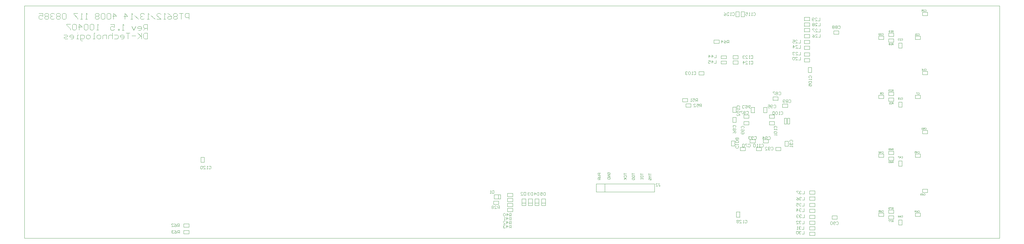
<source format=gbo>
*%FSLAX23Y23*%
*%MOIN*%
G01*
D11*
X4162Y5737D02*
X15879D01*
Y8532D02*
X4162D01*
Y5737D01*
X15879D02*
Y8532D01*
D12*
X14986Y8483D02*
X14983Y8480D01*
X14986Y8483D02*
X14993D01*
X14996Y8480D01*
Y8466D01*
X14993Y8463D01*
X14986D01*
X14983Y8466D01*
X14976Y8463D02*
X14963D01*
X14976D02*
X14963Y8476D01*
Y8480D01*
X14966Y8483D01*
X14973D01*
X14976Y8480D01*
X14956Y8483D02*
X14943D01*
X14956D02*
Y8473D01*
X14949Y8476D01*
X14946D01*
X14943Y8473D01*
Y8466D01*
X14946Y8463D01*
X14953D01*
X14956Y8466D01*
X14986Y7065D02*
X14983Y7062D01*
X14986Y7065D02*
X14993D01*
X14996Y7062D01*
Y7048D01*
X14993Y7045D01*
X14986D01*
X14983Y7048D01*
X14976Y7065D02*
X14963D01*
X14976D02*
Y7055D01*
X14969Y7058D01*
X14966D01*
X14963Y7055D01*
Y7048D01*
X14966Y7045D01*
X14973D01*
X14976Y7048D01*
X14956Y7062D02*
X14953Y7065D01*
X14946D01*
X14943Y7062D01*
Y7048D01*
X14946Y7045D01*
X14953D01*
X14956Y7048D01*
Y7062D01*
X14983Y7770D02*
X14986Y7773D01*
X14993D01*
X14996Y7770D01*
Y7756D01*
X14993Y7753D01*
X14986D01*
X14983Y7756D01*
X14976Y7753D02*
X14969D01*
X14973D01*
Y7773D01*
X14974D01*
X14973D02*
X14976Y7770D01*
X14953D02*
X14946Y7773D01*
X14953Y7770D02*
X14959Y7763D01*
Y7756D01*
X14956Y7753D01*
X14949D01*
X14946Y7756D01*
Y7760D01*
X14949Y7763D01*
X14959D01*
X14701Y7428D02*
X14698Y7425D01*
X14701Y7428D02*
X14708D01*
X14711Y7425D01*
Y7411D01*
X14708Y7408D01*
X14701D01*
X14698Y7411D01*
X14691Y7408D02*
X14684D01*
X14688D01*
Y7428D01*
X14689D01*
X14688D02*
X14691Y7425D01*
X14674Y7428D02*
X14661D01*
X14674D02*
Y7418D01*
X14668Y7421D01*
X14664D01*
X14661Y7418D01*
Y7411D01*
X14664Y7408D01*
X14671D01*
X14674Y7411D01*
X14898Y7485D02*
X14901Y7488D01*
X14908D01*
X14911Y7485D01*
Y7471D01*
X14908Y7468D01*
X14901D01*
X14898Y7471D01*
X14891Y7488D02*
X14878D01*
Y7485D01*
X14891Y7471D01*
Y7468D01*
X14898Y8195D02*
X14901Y8198D01*
X14908D01*
X14911Y8195D01*
Y8181D01*
X14908Y8178D01*
X14901D01*
X14898Y8181D01*
X14891Y8178D02*
X14878D01*
X14891D02*
X14878Y8191D01*
Y8195D01*
X14881Y8198D01*
X14888D01*
X14891Y8195D01*
X14871Y8178D02*
X14864D01*
X14868D01*
Y8198D01*
X14869D01*
X14868D02*
X14871Y8195D01*
X14701Y8138D02*
X14698Y8135D01*
X14701Y8138D02*
X14708D01*
X14711Y8135D01*
Y8121D01*
X14708Y8118D01*
X14701D01*
X14698Y8121D01*
X14691Y8118D02*
X14678D01*
X14691D02*
X14678Y8131D01*
Y8135D01*
X14681Y8138D01*
X14688D01*
X14691Y8135D01*
X14671D02*
X14668Y8138D01*
X14661D01*
X14658Y8135D01*
Y8131D01*
X14659D01*
X14658D02*
X14659D01*
X14658D02*
X14659D01*
X14658D02*
X14661Y8128D01*
X14664D01*
X14661D01*
X14658Y8125D01*
Y8121D01*
X14661Y8118D01*
X14668D01*
X14671Y8121D01*
X14972Y6275D02*
X14969Y6272D01*
X14972Y6275D02*
X14979D01*
X14982Y6272D01*
Y6258D01*
X14979Y6255D01*
X14972D01*
X14969Y6258D01*
X14955Y6272D02*
X14949Y6275D01*
X14955Y6272D02*
X14962Y6265D01*
Y6258D01*
X14959Y6255D01*
X14952D01*
X14949Y6258D01*
Y6262D01*
X14952Y6265D01*
X14962D01*
X14942Y6258D02*
X14939Y6255D01*
X14932D01*
X14929Y6258D01*
Y6272D01*
X14932Y6275D01*
X14939D01*
X14942Y6272D01*
Y6268D01*
X14939Y6265D01*
X14929D01*
X14701Y6011D02*
X14698Y6008D01*
X14701Y6011D02*
X14708D01*
X14711Y6008D01*
Y5994D01*
X14708Y5991D01*
X14701D01*
X14698Y5994D01*
X14684Y6008D02*
X14678Y6011D01*
X14684Y6008D02*
X14691Y6001D01*
Y5994D01*
X14688Y5991D01*
X14681D01*
X14678Y5994D01*
Y5998D01*
X14681Y6001D01*
X14691D01*
X14664Y6008D02*
X14658Y6011D01*
X14664Y6008D02*
X14671Y6001D01*
Y5994D01*
X14668Y5991D01*
X14661D01*
X14658Y5994D01*
Y5998D01*
X14661Y6001D01*
X14671D01*
X14898Y6068D02*
X14901Y6071D01*
X14908D01*
X14911Y6068D01*
Y6054D01*
X14908Y6051D01*
X14901D01*
X14898Y6054D01*
X14884Y6068D02*
X14878Y6071D01*
X14884Y6068D02*
X14891Y6061D01*
Y6054D01*
X14888Y6051D01*
X14881D01*
X14878Y6054D01*
Y6058D01*
X14881Y6061D01*
X14891D01*
X14861Y6071D02*
Y6051D01*
X14871Y6061D02*
X14861Y6071D01*
X14858Y6061D02*
X14871D01*
X14698Y6717D02*
X14701Y6720D01*
X14708D01*
X14711Y6717D01*
Y6703D01*
X14708Y6700D01*
X14701D01*
X14698Y6703D01*
X14681Y6700D02*
Y6720D01*
X14691Y6710D01*
X14678D01*
X14671Y6720D02*
X14658D01*
Y6717D01*
X14671Y6703D01*
Y6700D01*
X14898Y6777D02*
X14901Y6780D01*
X14908D01*
X14911Y6777D01*
Y6763D01*
X14908Y6760D01*
X14901D01*
X14898Y6763D01*
X14881Y6760D02*
Y6780D01*
X14891Y6770D01*
X14878D01*
X14871Y6780D02*
X14858D01*
X14871D02*
Y6770D01*
X14864Y6773D01*
X14861D01*
X14858Y6770D01*
Y6763D01*
X14861Y6760D01*
X14868D01*
X14871Y6763D01*
X14600Y7504D02*
Y7524D01*
X14590D01*
X14587Y7521D01*
Y7514D01*
X14590Y7511D01*
X14600D01*
X14593D02*
X14587Y7504D01*
X14580D02*
X14567D01*
X14580D02*
X14567Y7517D01*
Y7521D01*
X14570Y7524D01*
X14577D01*
X14580Y7521D01*
X14560D02*
X14557Y7524D01*
X14550D01*
X14547Y7521D01*
Y7517D01*
X14548D01*
X14547D02*
X14548D01*
X14547D02*
X14548D01*
X14547D02*
X14550Y7514D01*
X14553D01*
X14550D01*
X14547Y7511D01*
Y7507D01*
X14550Y7504D01*
X14557D01*
X14560Y7507D01*
X14470Y7489D02*
X14467Y7486D01*
X14470Y7489D02*
X14477D01*
X14480Y7486D01*
Y7472D01*
X14477Y7469D01*
X14470D01*
X14467Y7472D01*
X14460Y7486D02*
X14457Y7489D01*
X14450D01*
X14447Y7486D01*
Y7482D01*
X14450Y7479D01*
X14447Y7476D01*
Y7472D01*
X14450Y7469D01*
X14457D01*
X14460Y7472D01*
Y7476D01*
X14457Y7479D01*
X14460Y7482D01*
Y7486D01*
X14457Y7479D02*
X14450D01*
X14598Y7372D02*
Y7352D01*
Y7372D02*
X14588D01*
X14585Y7369D01*
Y7362D01*
X14588Y7359D01*
X14598D01*
X14591D02*
X14585Y7352D01*
X14578D02*
X14565D01*
X14578D02*
X14565Y7365D01*
Y7369D01*
X14568Y7372D01*
X14575D01*
X14578Y7369D01*
X14558Y7352D02*
X14551D01*
X14555D01*
Y7372D01*
X14556D01*
X14555D02*
X14558Y7369D01*
X14598Y8062D02*
Y8082D01*
X14588D01*
X14585Y8079D01*
Y8072D01*
X14588Y8069D01*
X14598D01*
X14591D02*
X14585Y8062D01*
X14578D02*
X14571D01*
X14575D01*
Y8082D01*
X14576D01*
X14575D02*
X14578Y8079D01*
X14561D02*
X14558Y8082D01*
X14551D01*
X14548Y8079D01*
Y8075D01*
X14551Y8072D01*
X14548Y8069D01*
Y8065D01*
X14551Y8062D01*
X14558D01*
X14561Y8065D01*
Y8069D01*
X14558Y8072D01*
X14561Y8075D01*
Y8079D01*
X14558Y8072D02*
X14551D01*
X14467Y8196D02*
X14470Y8199D01*
X14477D01*
X14480Y8196D01*
Y8182D01*
X14477Y8179D01*
X14470D01*
X14467Y8182D01*
X14460Y8179D02*
X14447D01*
X14460D02*
X14447Y8192D01*
Y8196D01*
X14450Y8199D01*
X14457D01*
X14460Y8196D01*
X14440Y8179D02*
X14427D01*
X14440D02*
X14427Y8192D01*
Y8196D01*
X14430Y8199D01*
X14437D01*
X14440Y8196D01*
X14600Y8214D02*
Y8234D01*
X14590D01*
X14587Y8231D01*
Y8224D01*
X14590Y8221D01*
X14600D01*
X14593D02*
X14587Y8214D01*
X14580D02*
X14573D01*
X14577D01*
Y8234D01*
X14578D01*
X14577D02*
X14580Y8231D01*
X14563Y8217D02*
X14560Y8214D01*
X14553D01*
X14550Y8217D01*
Y8231D01*
X14553Y8234D01*
X14560D01*
X14563Y8231D01*
Y8227D01*
X14560Y8224D01*
X14550D01*
X14470Y6781D02*
X14467Y6778D01*
X14470Y6781D02*
X14477D01*
X14480Y6778D01*
Y6764D01*
X14477Y6761D01*
X14470D01*
X14467Y6764D01*
X14450Y6761D02*
Y6781D01*
X14460Y6771D01*
X14447D01*
X14433Y6778D02*
X14427Y6781D01*
X14433Y6778D02*
X14440Y6771D01*
Y6764D01*
X14437Y6761D01*
X14430D01*
X14427Y6764D01*
Y6768D01*
X14430Y6771D01*
X14440D01*
X14600Y6107D02*
Y6087D01*
Y6107D02*
X14590D01*
X14587Y6104D01*
Y6097D01*
X14590Y6094D01*
X14600D01*
X14593D02*
X14587Y6087D01*
X14580Y6107D02*
X14567D01*
Y6104D01*
X14580Y6090D01*
Y6087D01*
X14560Y6090D02*
X14557Y6087D01*
X14550D01*
X14547Y6090D01*
Y6104D01*
X14550Y6107D01*
X14557D01*
X14560Y6104D01*
Y6100D01*
X14557Y6097D01*
X14547D01*
X14470Y6072D02*
X14467Y6069D01*
X14470Y6072D02*
X14477D01*
X14480Y6069D01*
Y6055D01*
X14477Y6052D01*
X14470D01*
X14467Y6055D01*
X14453Y6069D02*
X14447Y6072D01*
X14453Y6069D02*
X14460Y6062D01*
Y6055D01*
X14457Y6052D01*
X14450D01*
X14447Y6055D01*
Y6059D01*
X14450Y6062D01*
X14460D01*
X14440Y6072D02*
X14427D01*
X14440D02*
Y6062D01*
X14433Y6065D01*
X14430D01*
X14427Y6062D01*
Y6055D01*
X14430Y6052D01*
X14437D01*
X14440Y6055D01*
X14598Y5955D02*
Y5935D01*
Y5955D02*
X14588D01*
X14585Y5952D01*
Y5945D01*
X14588Y5942D01*
X14598D01*
X14591D02*
X14585Y5935D01*
X14578Y5955D02*
X14565D01*
Y5952D01*
X14578Y5938D01*
Y5935D01*
X14558Y5955D02*
X14545D01*
Y5952D01*
X14558Y5938D01*
Y5935D01*
X14600Y6796D02*
Y6816D01*
X14590D01*
X14587Y6813D01*
Y6806D01*
X14590Y6803D01*
X14600D01*
X14593D02*
X14587Y6796D01*
X14573Y6813D02*
X14567Y6816D01*
X14573Y6813D02*
X14580Y6806D01*
Y6799D01*
X14577Y6796D01*
X14570D01*
X14567Y6799D01*
Y6803D01*
X14570Y6806D01*
X14580D01*
X14560Y6813D02*
X14557Y6816D01*
X14550D01*
X14547Y6813D01*
Y6809D01*
X14550Y6806D01*
X14547Y6803D01*
Y6799D01*
X14550Y6796D01*
X14557D01*
X14560Y6799D01*
Y6803D01*
X14557Y6806D01*
X14560Y6809D01*
Y6813D01*
X14557Y6806D02*
X14550D01*
X14598Y6664D02*
Y6644D01*
Y6664D02*
X14588D01*
X14585Y6661D01*
Y6654D01*
X14588Y6651D01*
X14598D01*
X14591D02*
X14585Y6644D01*
X14571Y6661D02*
X14565Y6664D01*
X14571Y6661D02*
X14578Y6654D01*
Y6647D01*
X14575Y6644D01*
X14568D01*
X14565Y6647D01*
Y6651D01*
X14568Y6654D01*
X14578D01*
X14558Y6661D02*
X14555Y6664D01*
X14548D01*
X14545Y6661D01*
Y6647D01*
X14548Y6644D01*
X14555D01*
X14558Y6647D01*
Y6661D01*
D15*
X13356Y7117D02*
X13351Y7112D01*
X13291D02*
Y7181D01*
X13318D02*
Y7112D01*
X13356Y7117D02*
Y7179D01*
X13330D02*
Y7112D01*
X13333Y7179D02*
X13356D01*
X13337D02*
X13330D01*
X13312Y7181D02*
X13291D01*
X13299D02*
X13318D01*
Y7112D02*
X13291D01*
X13330D02*
X13351D01*
X13347Y7397D02*
X13353Y7403D01*
X13364D01*
X13370Y7397D01*
Y7374D01*
X13364Y7368D01*
X13353D01*
X13347Y7374D01*
X13335Y7397D02*
X13329Y7403D01*
X13318D01*
X13312Y7397D01*
Y7391D01*
X13318Y7385D01*
X13312Y7380D01*
Y7374D01*
X13318Y7368D01*
X13329D01*
X13335Y7374D01*
Y7380D01*
X13329Y7385D01*
X13335Y7391D01*
Y7397D01*
X13329Y7385D02*
X13318D01*
X13300Y7374D02*
X13294Y7368D01*
X13283D01*
X13277Y7374D01*
Y7397D01*
X13283Y7403D01*
X13294D01*
X13300Y7397D01*
Y7391D01*
X13294Y7385D01*
X13277D01*
X13486Y7940D02*
Y7975D01*
Y7940D02*
X13463D01*
X13451D02*
X13428D01*
X13451D02*
X13428Y7963D01*
Y7969D01*
X13434Y7975D01*
X13445D01*
X13451Y7969D01*
X13416D02*
X13410Y7975D01*
X13399D01*
X13393Y7969D01*
Y7963D01*
X13394D01*
X13393D02*
X13394D01*
X13393D02*
X13394D01*
X13393D02*
X13399Y7957D01*
X13404D01*
X13399D01*
X13393Y7952D01*
Y7946D01*
X13399Y7940D01*
X13410D01*
X13416Y7946D01*
X13940Y8286D02*
X13946Y8292D01*
X13957D01*
X13963Y8286D01*
Y8263D01*
X13957Y8257D01*
X13946D01*
X13940Y8263D01*
X13928Y8286D02*
X13922Y8292D01*
X13911D01*
X13905Y8286D01*
Y8280D01*
X13911Y8274D01*
X13905Y8269D01*
Y8263D01*
X13911Y8257D01*
X13922D01*
X13928Y8263D01*
Y8269D01*
X13922Y8274D01*
X13928Y8280D01*
Y8286D01*
X13922Y8274D02*
X13911D01*
X13893Y8286D02*
X13887Y8292D01*
X13876D01*
X13870Y8286D01*
Y8280D01*
X13876Y8274D01*
X13870Y8269D01*
Y8263D01*
X13876Y8257D01*
X13887D01*
X13893Y8263D01*
Y8269D01*
X13887Y8274D01*
X13893Y8280D01*
Y8286D01*
X13887Y8274D02*
X13876D01*
X13231Y7497D02*
X13225Y7491D01*
X13231Y7497D02*
X13242D01*
X13248Y7491D01*
Y7468D01*
X13242Y7462D01*
X13231D01*
X13225Y7468D01*
X13213Y7491D02*
X13207Y7497D01*
X13196D01*
X13190Y7491D01*
Y7485D01*
X13196Y7479D01*
X13190Y7474D01*
Y7468D01*
X13196Y7462D01*
X13207D01*
X13213Y7468D01*
Y7474D01*
X13207Y7479D01*
X13213Y7485D01*
Y7491D01*
X13207Y7479D02*
X13196D01*
X13178Y7497D02*
X13155D01*
Y7491D01*
X13178Y7468D01*
Y7462D01*
X13356Y6900D02*
X13362Y6894D01*
X13356Y6900D02*
Y6911D01*
X13362Y6917D01*
X13385D01*
X13391Y6911D01*
Y6900D01*
X13385Y6894D01*
Y6882D02*
X13391Y6876D01*
Y6865D01*
X13385Y6859D01*
X13362D01*
X13356Y6865D01*
Y6876D01*
X13362Y6882D01*
X13368D01*
X13374Y6876D01*
Y6859D01*
X13391Y6847D02*
Y6835D01*
Y6841D01*
X13356D01*
X13357D01*
X13356D02*
X13362Y6847D01*
X13591Y7666D02*
X13585Y7672D01*
Y7683D01*
X13591Y7689D01*
X13614D01*
X13620Y7683D01*
Y7672D01*
X13614Y7666D01*
X13620Y7654D02*
Y7642D01*
Y7648D01*
X13585D01*
X13586D01*
X13585D02*
X13591Y7654D01*
Y7625D02*
X13585Y7619D01*
Y7607D01*
X13591Y7602D01*
X13614D01*
X13620Y7607D01*
Y7619D01*
X13614Y7625D01*
X13591D01*
X13585Y7590D02*
Y7567D01*
Y7590D02*
X13603D01*
X13597Y7578D01*
Y7572D01*
X13603Y7567D01*
X13614D01*
X13620Y7572D01*
Y7584D01*
X13614Y7590D01*
X13168Y7067D02*
X13174Y7061D01*
X13168Y7067D02*
Y7078D01*
X13174Y7084D01*
X13197D01*
X13203Y7078D01*
Y7067D01*
X13197Y7061D01*
X13203Y7049D02*
Y7037D01*
Y7043D01*
X13168D01*
X13169D01*
X13168D02*
X13174Y7049D01*
Y7020D02*
X13168Y7014D01*
Y7002D01*
X13174Y6997D01*
X13197D01*
X13203Y7002D01*
Y7014D01*
X13197Y7020D01*
X13174D01*
X13203Y6985D02*
Y6973D01*
Y6979D01*
X13168D01*
X13169D01*
X13168D02*
X13174Y6985D01*
X13250Y7253D02*
X13256Y7259D01*
X13267D01*
X13273Y7253D01*
Y7230D01*
X13267Y7224D01*
X13256D01*
X13250Y7230D01*
X13238Y7224D02*
X13226D01*
X13232D01*
Y7259D01*
X13233D01*
X13232D02*
X13238Y7253D01*
X13209D02*
X13203Y7259D01*
X13191D01*
X13186Y7253D01*
Y7230D01*
X13191Y7224D01*
X13203D01*
X13209Y7230D01*
Y7253D01*
X13174D02*
X13168Y7259D01*
X13156D01*
X13151Y7253D01*
Y7230D01*
X13156Y7224D01*
X13168D01*
X13174Y7230D01*
Y7253D01*
X13165Y7333D02*
X13171Y7339D01*
X13182D01*
X13188Y7333D01*
Y7310D01*
X13182Y7304D01*
X13171D01*
X13165Y7310D01*
X13153D02*
X13147Y7304D01*
X13136D01*
X13130Y7310D01*
Y7333D01*
X13136Y7339D01*
X13147D01*
X13153Y7333D01*
Y7327D01*
X13147Y7321D01*
X13130D01*
X13118Y7339D02*
X13095D01*
X13118D02*
Y7321D01*
X13106Y7327D01*
X13101D01*
X13095Y7321D01*
Y7310D01*
X13101Y7304D01*
X13112D01*
X13118Y7310D01*
X13105Y6960D02*
X13099Y6954D01*
X13105Y6960D02*
X13116D01*
X13122Y6954D01*
Y6931D01*
X13116Y6925D01*
X13105D01*
X13099Y6931D01*
X13087D02*
X13081Y6925D01*
X13070D01*
X13064Y6931D01*
Y6954D01*
X13070Y6960D01*
X13081D01*
X13087Y6954D01*
Y6948D01*
X13081Y6942D01*
X13064D01*
X13035Y6925D02*
Y6960D01*
X13052Y6942D01*
X13029D01*
X13485Y7880D02*
Y7915D01*
Y7880D02*
X13462D01*
X13450D02*
X13427D01*
X13450D02*
X13427Y7903D01*
Y7909D01*
X13433Y7915D01*
X13444D01*
X13450Y7909D01*
X13415D02*
X13409Y7915D01*
X13398D01*
X13392Y7909D01*
Y7886D01*
X13398Y7880D01*
X13409D01*
X13415Y7886D01*
Y7909D01*
X13485Y8084D02*
Y8119D01*
Y8084D02*
X13462D01*
X13450D02*
X13427D01*
X13450D02*
X13427Y8107D01*
Y8113D01*
X13433Y8119D01*
X13444D01*
X13450Y8113D01*
X13415Y8119D02*
X13392D01*
X13415D02*
Y8101D01*
X13403Y8107D01*
X13398D01*
X13392Y8101D01*
Y8090D01*
X13398Y8084D01*
X13409D01*
X13415Y8090D01*
X13486Y8056D02*
Y8021D01*
X13463D01*
X13451D02*
X13428D01*
X13451D02*
X13428Y8044D01*
Y8050D01*
X13434Y8056D01*
X13445D01*
X13451Y8050D01*
X13399Y8056D02*
Y8021D01*
X13416Y8038D02*
X13399Y8056D01*
X13393Y8038D02*
X13416D01*
X13724Y8153D02*
Y8188D01*
Y8153D02*
X13701D01*
X13689D02*
X13666D01*
X13689D02*
X13666Y8176D01*
Y8182D01*
X13672Y8188D01*
X13683D01*
X13689Y8182D01*
X13642D02*
X13631Y8188D01*
X13642Y8182D02*
X13654Y8170D01*
Y8159D01*
X13648Y8153D01*
X13637D01*
X13631Y8159D01*
Y8165D01*
X13637Y8170D01*
X13654D01*
X13723Y8218D02*
Y8253D01*
Y8218D02*
X13700D01*
X13688D02*
X13665D01*
X13688D02*
X13665Y8241D01*
Y8247D01*
X13671Y8253D01*
X13682D01*
X13688Y8247D01*
X13653Y8253D02*
X13630D01*
Y8247D01*
X13653Y8224D01*
Y8218D01*
X13722Y8289D02*
Y8324D01*
Y8289D02*
X13699D01*
X13687D02*
X13664D01*
X13687D02*
X13664Y8312D01*
Y8318D01*
X13670Y8324D01*
X13681D01*
X13687Y8318D01*
X13652D02*
X13646Y8324D01*
X13635D01*
X13629Y8318D01*
Y8312D01*
X13635Y8306D01*
X13629Y8301D01*
Y8295D01*
X13635Y8289D01*
X13646D01*
X13652Y8295D01*
Y8301D01*
X13646Y8306D01*
X13652Y8312D01*
Y8318D01*
X13646Y8306D02*
X13635D01*
X13720Y8351D02*
Y8386D01*
Y8351D02*
X13697D01*
X13685D02*
X13662D01*
X13685D02*
X13662Y8374D01*
Y8380D01*
X13668Y8386D01*
X13679D01*
X13685Y8380D01*
X13650Y8357D02*
X13644Y8351D01*
X13633D01*
X13627Y8357D01*
Y8380D01*
X13633Y8386D01*
X13644D01*
X13650Y8380D01*
Y8374D01*
X13644Y8368D01*
X13627D01*
X13923Y5937D02*
X13917Y5931D01*
X13923Y5937D02*
X13934D01*
X13940Y5931D01*
Y5908D01*
X13934Y5902D01*
X13923D01*
X13917Y5908D01*
X13905D02*
X13899Y5902D01*
X13888D01*
X13882Y5908D01*
Y5931D01*
X13888Y5937D01*
X13899D01*
X13905Y5931D01*
Y5925D01*
X13899Y5919D01*
X13882D01*
X13870Y5931D02*
X13864Y5937D01*
X13853D01*
X13847Y5931D01*
Y5908D01*
X13853Y5902D01*
X13864D01*
X13870Y5908D01*
Y5931D01*
X13133Y6827D02*
X13139Y6833D01*
X13150D01*
X13156Y6827D01*
Y6804D01*
X13150Y6798D01*
X13139D01*
X13133Y6804D01*
X13121D02*
X13115Y6798D01*
X13104D01*
X13098Y6804D01*
Y6827D01*
X13104Y6833D01*
X13115D01*
X13121Y6827D01*
Y6821D01*
X13115Y6815D01*
X13098D01*
X13086Y6798D02*
X13063D01*
X13086D02*
X13063Y6821D01*
Y6827D01*
X13069Y6833D01*
X13080D01*
X13086Y6827D01*
X13531Y6304D02*
Y6269D01*
X13508D01*
X13496Y6298D02*
X13490Y6304D01*
X13479D01*
X13473Y6298D01*
Y6292D01*
X13474D01*
X13473D02*
X13474D01*
X13473D02*
X13474D01*
X13473D02*
X13479Y6286D01*
X13484D01*
X13479D01*
X13473Y6281D01*
Y6275D01*
X13479Y6269D01*
X13490D01*
X13496Y6275D01*
X13461Y6304D02*
X13438D01*
Y6298D01*
X13461Y6275D01*
Y6269D01*
X13532Y6231D02*
Y6196D01*
X13509D01*
X13497Y6225D02*
X13491Y6231D01*
X13480D01*
X13474Y6225D01*
Y6219D01*
X13475D01*
X13474D02*
X13475D01*
X13474D02*
X13475D01*
X13474D02*
X13480Y6213D01*
X13485D01*
X13480D01*
X13474Y6208D01*
Y6202D01*
X13480Y6196D01*
X13491D01*
X13497Y6202D01*
X13450Y6225D02*
X13439Y6231D01*
X13450Y6225D02*
X13462Y6213D01*
Y6202D01*
X13456Y6196D01*
X13445D01*
X13439Y6202D01*
Y6208D01*
X13445Y6213D01*
X13462D01*
X13530Y6158D02*
Y6123D01*
X13507D01*
X13495Y6152D02*
X13489Y6158D01*
X13478D01*
X13472Y6152D01*
Y6146D01*
X13473D01*
X13472D02*
X13473D01*
X13472D02*
X13473D01*
X13472D02*
X13478Y6140D01*
X13483D01*
X13478D01*
X13472Y6135D01*
Y6129D01*
X13478Y6123D01*
X13489D01*
X13495Y6129D01*
X13460Y6158D02*
X13437D01*
X13460D02*
Y6140D01*
X13448Y6146D01*
X13443D01*
X13437Y6140D01*
Y6129D01*
X13443Y6123D01*
X13454D01*
X13460Y6129D01*
X13530Y6093D02*
Y6058D01*
X13507D01*
X13495Y6087D02*
X13489Y6093D01*
X13478D01*
X13472Y6087D01*
Y6081D01*
X13473D01*
X13472D02*
X13473D01*
X13472D02*
X13473D01*
X13472D02*
X13478Y6075D01*
X13483D01*
X13478D01*
X13472Y6070D01*
Y6064D01*
X13478Y6058D01*
X13489D01*
X13495Y6064D01*
X13443Y6058D02*
Y6093D01*
X13460Y6075D01*
X13437D01*
X13532Y6020D02*
Y5985D01*
X13509D01*
X13497Y6014D02*
X13491Y6020D01*
X13480D01*
X13474Y6014D01*
Y6008D01*
X13475D01*
X13474D02*
X13475D01*
X13474D02*
X13475D01*
X13474D02*
X13480Y6002D01*
X13485D01*
X13480D01*
X13474Y5997D01*
Y5991D01*
X13480Y5985D01*
X13491D01*
X13497Y5991D01*
X13462Y6014D02*
X13456Y6020D01*
X13445D01*
X13439Y6014D01*
Y6008D01*
X13440D01*
X13439D02*
X13440D01*
X13439D02*
X13440D01*
X13439D02*
X13445Y6002D01*
X13450D01*
X13445D01*
X13439Y5997D01*
Y5991D01*
X13445Y5985D01*
X13456D01*
X13462Y5991D01*
X13528Y5945D02*
Y5910D01*
X13505D01*
X13493Y5939D02*
X13487Y5945D01*
X13476D01*
X13470Y5939D01*
Y5933D01*
X13471D01*
X13470D02*
X13471D01*
X13470D02*
X13471D01*
X13470D02*
X13476Y5927D01*
X13481D01*
X13476D01*
X13470Y5922D01*
Y5916D01*
X13476Y5910D01*
X13487D01*
X13493Y5916D01*
X13458Y5910D02*
X13435D01*
X13458D02*
X13435Y5933D01*
Y5939D01*
X13441Y5945D01*
X13452D01*
X13458Y5939D01*
X13526Y5878D02*
Y5843D01*
X13503D01*
X13491Y5872D02*
X13485Y5878D01*
X13474D01*
X13468Y5872D01*
Y5866D01*
X13469D01*
X13468D02*
X13469D01*
X13468D02*
X13469D01*
X13468D02*
X13474Y5860D01*
X13479D01*
X13474D01*
X13468Y5855D01*
Y5849D01*
X13474Y5843D01*
X13485D01*
X13491Y5849D01*
X13456Y5843D02*
X13444D01*
X13450D01*
Y5878D01*
X13451D01*
X13450D02*
X13456Y5872D01*
X13528Y5822D02*
Y5787D01*
X13505D01*
X13493Y5816D02*
X13487Y5822D01*
X13476D01*
X13470Y5816D01*
Y5810D01*
X13471D01*
X13470D02*
X13471D01*
X13470D02*
X13471D01*
X13470D02*
X13476Y5804D01*
X13481D01*
X13476D01*
X13470Y5799D01*
Y5793D01*
X13476Y5787D01*
X13487D01*
X13493Y5793D01*
X13458Y5816D02*
X13452Y5822D01*
X13441D01*
X13435Y5816D01*
Y5793D01*
X13441Y5787D01*
X13452D01*
X13458Y5793D01*
Y5816D01*
X12627Y8083D02*
Y8118D01*
X12609D01*
X12604Y8113D01*
Y8101D01*
X12609Y8095D01*
X12627D01*
X12615D02*
X12604Y8083D01*
X12580Y8113D02*
X12569Y8118D01*
X12580Y8113D02*
X12592Y8101D01*
Y8089D01*
X12586Y8083D01*
X12574D01*
X12569Y8089D01*
Y8095D01*
X12574Y8101D01*
X12592D01*
X12539Y8083D02*
Y8118D01*
X12557Y8101D01*
X12534D01*
X12473Y7874D02*
Y7839D01*
X12450D01*
X12421D02*
Y7874D01*
X12438Y7857D01*
X12415D01*
X12403Y7874D02*
X12380D01*
X12403D02*
Y7857D01*
X12392Y7863D01*
X12386D01*
X12380Y7857D01*
Y7845D01*
X12386Y7839D01*
X12398D01*
X12403Y7845D01*
X12473Y7906D02*
Y7941D01*
Y7906D02*
X12450D01*
X12421D02*
Y7941D01*
X12438Y7924D01*
X12415D01*
X12386Y7906D02*
Y7941D01*
X12403Y7924D01*
X12380D01*
X12891Y7860D02*
X12897Y7866D01*
X12909D01*
X12914Y7860D01*
Y7837D01*
X12909Y7831D01*
X12897D01*
X12891Y7837D01*
X12879Y7831D02*
X12868D01*
X12874D01*
Y7866D01*
X12875D01*
X12874D02*
X12879Y7860D01*
X12850Y7831D02*
X12827D01*
X12850D02*
X12827Y7855D01*
Y7860D01*
X12833Y7866D01*
X12844D01*
X12850Y7860D01*
X12798Y7866D02*
Y7831D01*
X12815Y7849D02*
X12798Y7866D01*
X12792Y7849D02*
X12815D01*
X12891Y7927D02*
X12897Y7933D01*
X12909D01*
X12914Y7927D01*
Y7904D01*
X12909Y7898D01*
X12897D01*
X12891Y7904D01*
X12879Y7898D02*
X12868D01*
X12874D01*
Y7933D01*
X12875D01*
X12874D02*
X12879Y7927D01*
X12850Y7898D02*
X12827D01*
X12850D02*
X12827Y7922D01*
Y7927D01*
X12833Y7933D01*
X12844D01*
X12850Y7927D01*
X12815D02*
X12809Y7933D01*
X12798D01*
X12792Y7927D01*
Y7922D01*
X12793D01*
X12792D02*
X12793D01*
X12792D02*
X12793D01*
X12792D02*
X12798Y7916D01*
X12804D01*
X12798D01*
X12792Y7910D01*
Y7904D01*
X12798Y7898D01*
X12809D01*
X12815Y7904D01*
X12210Y7739D02*
X12204Y7733D01*
X12210Y7739D02*
X12221D01*
X12227Y7733D01*
Y7710D01*
X12221Y7704D01*
X12210D01*
X12204Y7710D01*
X12192Y7704D02*
X12180D01*
X12186D01*
Y7739D01*
X12187D01*
X12186D02*
X12192Y7733D01*
X12163D02*
X12157Y7739D01*
X12145D01*
X12140Y7733D01*
Y7710D01*
X12145Y7704D01*
X12157D01*
X12163Y7710D01*
Y7733D01*
X12128D02*
X12122Y7739D01*
X12110D01*
X12105Y7733D01*
Y7727D01*
X12106D01*
X12105D02*
X12106D01*
X12105D02*
X12106D01*
X12105D02*
X12110Y7721D01*
X12116D01*
X12110D01*
X12105Y7716D01*
Y7710D01*
X12110Y7704D01*
X12122D01*
X12128Y7710D01*
X12932Y6956D02*
X12938Y6962D01*
X12949D01*
X12955Y6956D01*
Y6933D01*
X12949Y6927D01*
X12938D01*
X12932Y6933D01*
X12920D02*
X12914Y6927D01*
X12903D01*
X12897Y6933D01*
Y6956D01*
X12903Y6962D01*
X12914D01*
X12920Y6956D01*
Y6950D01*
X12914Y6944D01*
X12897D01*
X12885Y6956D02*
X12879Y6962D01*
X12868D01*
X12862Y6956D01*
Y6950D01*
X12863D01*
X12862D02*
X12863D01*
X12862D02*
X12863D01*
X12862D02*
X12868Y6944D01*
X12873D01*
X12868D01*
X12862Y6939D01*
Y6933D01*
X12868Y6927D01*
X12879D01*
X12885Y6933D01*
X12727Y7308D02*
X12721Y7314D01*
Y7325D01*
X12727Y7331D01*
X12750D01*
X12756Y7325D01*
Y7314D01*
X12750Y7308D01*
X12756Y7296D02*
Y7284D01*
Y7290D01*
X12721D01*
X12722D01*
X12721D02*
X12727Y7296D01*
Y7267D02*
X12721Y7261D01*
Y7249D01*
X12727Y7244D01*
X12750D01*
X12756Y7249D01*
Y7261D01*
X12750Y7267D01*
X12727D01*
X12756Y7232D02*
Y7209D01*
Y7232D02*
X12733Y7209D01*
X12727D01*
X12721Y7214D01*
Y7226D01*
X12727Y7232D01*
X12773Y7066D02*
X12779Y7060D01*
X12773Y7066D02*
Y7077D01*
X12779Y7083D01*
X12802D01*
X12808Y7077D01*
Y7066D01*
X12802Y7060D01*
Y7048D02*
X12808Y7042D01*
Y7031D01*
X12802Y7025D01*
X12779D01*
X12773Y7031D01*
Y7042D01*
X12779Y7048D01*
X12785D01*
X12791Y7042D01*
Y7025D01*
X12802Y7013D02*
X12808Y7007D01*
Y6996D01*
X12802Y6990D01*
X12779D01*
X12773Y6996D01*
Y7007D01*
X12779Y7013D01*
X12785D01*
X12791Y7007D01*
Y6990D01*
X12836Y7259D02*
X12842Y7265D01*
X12853D01*
X12859Y7259D01*
Y7236D01*
X12853Y7230D01*
X12842D01*
X12836Y7236D01*
X12824D02*
X12818Y7230D01*
X12807D01*
X12801Y7236D01*
Y7259D01*
X12807Y7265D01*
X12818D01*
X12824Y7259D01*
Y7253D01*
X12818Y7247D01*
X12801D01*
X12789Y7265D02*
X12766D01*
Y7259D01*
X12789Y7236D01*
Y7230D01*
X12805Y7300D02*
X12811Y7306D01*
X12805Y7300D02*
X12794D01*
X12788Y7306D01*
Y7329D01*
X12794Y7335D01*
X12805D01*
X12811Y7329D01*
X12823D02*
X12829Y7335D01*
X12840D01*
X12846Y7329D01*
Y7306D01*
X12840Y7300D01*
X12829D01*
X12823Y7306D01*
Y7312D01*
X12829Y7318D01*
X12846D01*
X12870Y7306D02*
X12881Y7300D01*
X12870Y7306D02*
X12858Y7318D01*
Y7329D01*
X12864Y7335D01*
X12875D01*
X12881Y7329D01*
Y7323D01*
X12875Y7318D01*
X12858D01*
X12248Y7381D02*
Y7416D01*
X12231D01*
X12225Y7410D01*
Y7398D01*
X12231Y7393D01*
X12248D01*
X12236D02*
X12225Y7381D01*
X12213Y7416D02*
X12190D01*
X12213D02*
Y7398D01*
X12201Y7404D01*
X12196D01*
X12190Y7398D01*
Y7387D01*
X12196Y7381D01*
X12207D01*
X12213Y7387D01*
X12178Y7381D02*
X12166D01*
X12172D01*
Y7416D01*
X12173D01*
X12172D02*
X12178Y7410D01*
X12297Y7352D02*
Y7317D01*
Y7352D02*
X12280D01*
X12274Y7346D01*
Y7334D01*
X12280Y7329D01*
X12297D01*
X12285D02*
X12274Y7317D01*
X12262Y7352D02*
X12239D01*
X12262D02*
Y7334D01*
X12250Y7340D01*
X12245D01*
X12239Y7334D01*
Y7323D01*
X12245Y7317D01*
X12256D01*
X12262Y7323D01*
X12227Y7317D02*
X12204D01*
X12227D02*
X12204Y7340D01*
Y7346D01*
X12210Y7352D01*
X12221D01*
X12227Y7346D01*
X12675Y7076D02*
X12680Y7070D01*
X12675Y7076D02*
Y7087D01*
X12680Y7093D01*
X12704D01*
X12710Y7087D01*
Y7076D01*
X12704Y7070D01*
X12680Y7058D02*
X12675Y7052D01*
Y7041D01*
X12680Y7035D01*
X12686D01*
X12692Y7041D01*
X12698Y7035D01*
X12704D01*
X12710Y7041D01*
Y7052D01*
X12704Y7058D01*
X12698D01*
X12692Y7052D01*
X12686Y7058D01*
X12680D01*
X12692Y7052D02*
Y7041D01*
X12680Y7012D02*
X12675Y7000D01*
X12680Y7012D02*
X12692Y7023D01*
X12704D01*
X12710Y7017D01*
Y7006D01*
X12704Y7000D01*
X12698D01*
X12692Y7006D01*
Y7023D01*
X12668Y8443D02*
X12674Y8449D01*
X12685D01*
X12691Y8443D01*
Y8420D01*
X12685Y8414D01*
X12674D01*
X12668Y8420D01*
X12656Y8414D02*
X12644D01*
X12650D01*
Y8449D01*
X12651D01*
X12650D02*
X12656Y8443D01*
X12627Y8414D02*
X12604D01*
X12627D02*
X12604Y8437D01*
Y8443D01*
X12609Y8449D01*
X12621D01*
X12627Y8443D01*
X12580D02*
X12569Y8449D01*
X12580Y8443D02*
X12592Y8432D01*
Y8420D01*
X12586Y8414D01*
X12574D01*
X12569Y8420D01*
Y8426D01*
X12574Y8432D01*
X12592D01*
X12920Y8443D02*
X12925Y8449D01*
X12937D01*
X12943Y8443D01*
Y8420D01*
X12937Y8414D01*
X12925D01*
X12920Y8420D01*
X12908Y8414D02*
X12896D01*
X12902D01*
Y8449D01*
X12903D01*
X12902D02*
X12908Y8443D01*
X12879Y8414D02*
X12867D01*
X12873D01*
Y8449D01*
X12874D01*
X12873D02*
X12879Y8443D01*
X12850Y8449D02*
X12826D01*
X12850D02*
Y8432D01*
X12838Y8437D01*
X12832D01*
X12826Y8432D01*
Y8420D01*
X12832Y8414D01*
X12844D01*
X12850Y8420D01*
X12735Y6845D02*
X12741Y6839D01*
Y6828D01*
X12735Y6822D01*
X12712D01*
X12706Y6828D01*
Y6839D01*
X12712Y6845D01*
X12706Y6857D02*
Y6869D01*
Y6863D01*
X12741D01*
X12742D01*
X12741D02*
X12735Y6857D01*
Y6886D02*
X12741Y6892D01*
Y6904D01*
X12735Y6909D01*
X12712D01*
X12706Y6904D01*
Y6892D01*
X12712Y6886D01*
X12735D01*
Y6921D02*
X12741Y6927D01*
Y6939D01*
X12735Y6944D01*
X12729D01*
X12723Y6939D01*
X12718Y6944D01*
X12712D01*
X12706Y6939D01*
Y6927D01*
X12712Y6921D01*
X12718D01*
X12723Y6927D01*
X12729Y6921D01*
X12735D01*
X12723Y6927D02*
Y6939D01*
X13015Y6863D02*
X13021Y6869D01*
X13032D01*
X13038Y6863D01*
Y6840D01*
X13032Y6834D01*
X13021D01*
X13015Y6840D01*
X13003Y6834D02*
X12991D01*
X12997D01*
Y6869D01*
X12998D01*
X12997D02*
X13003Y6863D01*
X12974Y6834D02*
X12962D01*
X12968D01*
Y6869D01*
X12969D01*
X12968D02*
X12974Y6863D01*
X12945D02*
X12939Y6869D01*
X12927D01*
X12921Y6863D01*
Y6840D01*
X12927Y6834D01*
X12939D01*
X12945Y6840D01*
Y6863D01*
X12864Y6869D02*
X12858Y6863D01*
X12864Y6869D02*
X12875D01*
X12881Y6863D01*
Y6840D01*
X12875Y6834D01*
X12864D01*
X12858Y6840D01*
X12846Y6869D02*
X12823D01*
Y6863D01*
X12846Y6840D01*
Y6834D01*
X12811Y6863D02*
X12805Y6869D01*
X12794D01*
X12788Y6863D01*
Y6840D01*
X12794Y6834D01*
X12805D01*
X12811Y6840D01*
Y6863D01*
X12824Y5955D02*
X12818Y5949D01*
X12824Y5955D02*
X12836D01*
X12842Y5949D01*
Y5926D01*
X12836Y5920D01*
X12824D01*
X12818Y5926D01*
X12807Y5920D02*
X12795D01*
X12801D01*
Y5955D01*
X12802D01*
X12801D02*
X12807Y5949D01*
X12777Y5920D02*
X12754D01*
X12777D02*
X12754Y5943D01*
Y5949D01*
X12760Y5955D01*
X12772D01*
X12777Y5949D01*
X12742D02*
X12737Y5955D01*
X12725D01*
X12719Y5949D01*
Y5943D01*
X12725Y5937D01*
X12719Y5932D01*
Y5926D01*
X12725Y5920D01*
X12737D01*
X12742Y5926D01*
Y5932D01*
X12737Y5937D01*
X12742Y5943D01*
Y5949D01*
X12737Y5937D02*
X12725D01*
X10008Y5956D02*
Y5991D01*
X9991D01*
X9985Y5985D01*
Y5973D01*
X9991Y5968D01*
X10008D01*
X9996D02*
X9985Y5956D01*
X9956D02*
Y5991D01*
X9973Y5973D01*
X9950D01*
X9938Y5956D02*
X9926D01*
X9932D01*
Y5991D01*
X9933D01*
X9932D02*
X9938Y5985D01*
X10186Y6131D02*
Y6210D01*
X10138D02*
Y6131D01*
X10139Y6131D02*
X10187D01*
Y6210D02*
X10139D01*
X10138Y6160D02*
X10186D01*
X10185Y6254D02*
Y6289D01*
Y6254D02*
X10167D01*
X10161Y6260D01*
Y6283D01*
X10167Y6289D01*
X10185D01*
X10150Y6254D02*
X10126D01*
X10150D02*
X10126Y6277D01*
Y6283D01*
X10132Y6289D01*
X10144D01*
X10150Y6283D01*
X10217Y6210D02*
Y6131D01*
X10265D02*
Y6210D01*
Y6160D02*
X10217D01*
X10217Y6210D02*
X10265D01*
Y6131D02*
X10217D01*
X10268Y6253D02*
Y6288D01*
Y6253D02*
X10251D01*
X10245Y6259D01*
Y6282D01*
X10251Y6288D01*
X10268D01*
X10233Y6282D02*
X10227Y6288D01*
X10216D01*
X10210Y6282D01*
Y6276D01*
X10211D01*
X10210D02*
X10211D01*
X10210D02*
X10211D01*
X10210D02*
X10216Y6270D01*
X10222D01*
X10216D01*
X10210Y6265D01*
Y6259D01*
X10216Y6253D01*
X10227D01*
X10233Y6259D01*
X10344Y6210D02*
Y6131D01*
X10296D02*
Y6210D01*
X10296Y6131D02*
X10344D01*
Y6210D02*
X10296D01*
X10296Y6160D02*
X10344D01*
X10344Y6253D02*
Y6288D01*
Y6253D02*
X10326D01*
X10320Y6259D01*
Y6282D01*
X10326Y6288D01*
X10344D01*
X10291D02*
Y6253D01*
X10309Y6270D02*
X10291Y6288D01*
X10285Y6270D02*
X10309D01*
X10375Y6210D02*
Y6131D01*
X10423D02*
Y6210D01*
Y6160D02*
X10375D01*
X10375Y6210D02*
X10423D01*
Y6131D02*
X10375D01*
X10419Y6253D02*
Y6288D01*
Y6253D02*
X10402D01*
X10396Y6259D01*
Y6282D01*
X10402Y6288D01*
X10419D01*
X10384D02*
X10361D01*
X10384D02*
Y6270D01*
X10373Y6276D01*
X10367D01*
X10361Y6270D01*
Y6259D01*
X10367Y6253D01*
X10378D01*
X10384Y6259D01*
X10008Y5943D02*
Y5908D01*
Y5943D02*
X9991D01*
X9985Y5937D01*
Y5925D01*
X9991Y5920D01*
X10008D01*
X9996D02*
X9985Y5908D01*
X9956D02*
Y5943D01*
X9973Y5925D01*
X9950D01*
X9938Y5908D02*
X9915D01*
X9938D02*
X9915Y5931D01*
Y5937D01*
X9921Y5943D01*
X9932D01*
X9938Y5937D01*
X10008Y5894D02*
Y5859D01*
Y5894D02*
X9991D01*
X9985Y5888D01*
Y5876D01*
X9991Y5871D01*
X10008D01*
X9996D02*
X9985Y5859D01*
X9956D02*
Y5894D01*
X9973Y5876D01*
X9950D01*
X9938Y5888D02*
X9932Y5894D01*
X9921D01*
X9915Y5888D01*
Y5882D01*
X9916D01*
X9915D02*
X9916D01*
X9915D02*
X9916D01*
X9915D02*
X9921Y5876D01*
X9926D01*
X9921D01*
X9915Y5871D01*
Y5865D01*
X9921Y5859D01*
X9932D01*
X9938Y5865D01*
X10010Y6003D02*
Y6038D01*
X9993D01*
X9987Y6032D01*
Y6020D01*
X9993Y6015D01*
X10010D01*
X9998D02*
X9987Y6003D01*
X9958D02*
Y6038D01*
X9975Y6020D01*
X9952D01*
X9940Y6032D02*
X9934Y6038D01*
X9923D01*
X9917Y6032D01*
Y6009D01*
X9923Y6003D01*
X9934D01*
X9940Y6009D01*
Y6032D01*
X9868Y6093D02*
Y6128D01*
X9851D01*
X9845Y6122D01*
Y6110D01*
X9851Y6105D01*
X9868D01*
X9856D02*
X9845Y6093D01*
X9833D02*
X9810D01*
X9833D02*
X9810Y6116D01*
Y6122D01*
X9816Y6128D01*
X9827D01*
X9833Y6122D01*
X9798D02*
X9792Y6128D01*
X9781D01*
X9775Y6122D01*
Y6116D01*
X9781Y6110D01*
X9775Y6105D01*
Y6099D01*
X9781Y6093D01*
X9792D01*
X9798Y6099D01*
Y6105D01*
X9792Y6110D01*
X9798Y6116D01*
Y6122D01*
X9792Y6110D02*
X9781D01*
X9884Y6212D02*
Y6260D01*
X9805D02*
Y6212D01*
X9855Y6212D02*
Y6260D01*
X9884D02*
X9805D01*
Y6212D02*
X9884D01*
X9803Y6276D02*
Y6311D01*
Y6276D02*
X9786D01*
X9780Y6282D01*
Y6305D01*
X9786Y6311D01*
X9803D01*
X9768Y6276D02*
X9756D01*
X9762D01*
Y6311D01*
X9763D01*
X9762D02*
X9768Y6305D01*
X6025Y5831D02*
Y5796D01*
Y5831D02*
X6007D01*
X6001Y5825D01*
Y5813D01*
X6007Y5808D01*
X6025D01*
X6013D02*
X6001Y5796D01*
X5978Y5825D02*
X5966Y5831D01*
X5978Y5825D02*
X5990Y5813D01*
Y5802D01*
X5984Y5796D01*
X5972D01*
X5966Y5802D01*
Y5808D01*
X5972Y5813D01*
X5990D01*
X5955Y5825D02*
X5949Y5831D01*
X5937D01*
X5931Y5825D01*
Y5819D01*
X5932D01*
X5931D02*
X5932D01*
X5931D02*
X5932D01*
X5931D02*
X5937Y5813D01*
X5943D01*
X5937D01*
X5931Y5808D01*
Y5802D01*
X5937Y5796D01*
X5949D01*
X5955Y5802D01*
X6023Y5877D02*
Y5912D01*
X6005D01*
X5999Y5906D01*
Y5894D01*
X6005Y5888D01*
X6023D01*
X6011D02*
X5999Y5877D01*
X5976Y5906D02*
X5964Y5912D01*
X5976Y5906D02*
X5988Y5894D01*
Y5882D01*
X5982Y5877D01*
X5970D01*
X5964Y5882D01*
Y5888D01*
X5970Y5894D01*
X5988D01*
X5953Y5877D02*
X5929D01*
X5953D02*
X5929Y5900D01*
Y5906D01*
X5935Y5912D01*
X5947D01*
X5953Y5906D01*
X6378Y6599D02*
X6384Y6605D01*
X6395D01*
X6401Y6599D01*
Y6576D01*
X6395Y6570D01*
X6384D01*
X6378Y6576D01*
X6366Y6570D02*
X6354D01*
X6360D01*
Y6605D01*
X6361D01*
X6360D02*
X6366Y6599D01*
X6337Y6570D02*
X6314D01*
X6337D02*
X6314Y6593D01*
Y6599D01*
X6319Y6605D01*
X6331D01*
X6337Y6599D01*
X6302D02*
X6296Y6605D01*
X6284D01*
X6279Y6599D01*
Y6576D01*
X6284Y6570D01*
X6296D01*
X6302Y6576D01*
Y6599D01*
D19*
X11032Y6392D02*
Y6294D01*
X11733D02*
Y6392D01*
X11135D02*
Y6294D01*
X11032D02*
X11733D01*
Y6392D02*
X11032D01*
X14951Y8413D02*
Y8453D01*
X15012D02*
Y8413D01*
X15012Y8453D02*
X14951D01*
Y8413D02*
X15012D01*
X14951Y7035D02*
Y6995D01*
X15012D02*
Y7035D01*
X15012Y7035D02*
X14951D01*
Y6995D02*
X15012D01*
X15012Y7703D02*
Y7743D01*
X14951D02*
Y7703D01*
X14951Y7703D02*
X15012D01*
Y7743D02*
X14951D01*
X14666Y7374D02*
Y7313D01*
X14706D02*
Y7374D01*
X14705Y7313D02*
X14665D01*
Y7374D02*
X14705D01*
X14927Y7418D02*
Y7458D01*
X14866D02*
Y7418D01*
X14866Y7418D02*
X14927D01*
Y7458D02*
X14866D01*
X14866Y8128D02*
Y8168D01*
X14927D02*
Y8128D01*
X14927Y8168D02*
X14866D01*
Y8128D02*
X14927D01*
X14706Y8084D02*
Y8023D01*
X14666D02*
Y8084D01*
X14665Y8084D02*
X14705D01*
Y8023D02*
X14665D01*
X14951Y6326D02*
Y6286D01*
X15012D02*
Y6326D01*
X15012Y6326D02*
X14951D01*
Y6286D02*
X15012D01*
X14706Y5957D02*
Y5896D01*
X14666D02*
Y5957D01*
X14665Y5957D02*
X14705D01*
Y5896D02*
X14665D01*
X14866Y6001D02*
Y6041D01*
X14927D02*
Y6001D01*
X14927Y6041D02*
X14866D01*
Y6001D02*
X14927D01*
X14706Y6605D02*
Y6666D01*
X14666D02*
Y6605D01*
X14665Y6666D02*
X14705D01*
Y6605D02*
X14665D01*
X14866Y6710D02*
Y6750D01*
X14927D02*
Y6710D01*
X14927Y6750D02*
X14866D01*
Y6710D02*
X14927D01*
X13331Y7312D02*
Y7352D01*
X13270D02*
Y7312D01*
X13270Y7312D02*
X13331D01*
Y7352D02*
X13270D01*
X13595Y7927D02*
Y7967D01*
X13534D02*
Y7927D01*
X13534Y7927D02*
X13595D01*
Y7967D02*
X13534D01*
X13946Y8189D02*
Y8229D01*
X13885D02*
Y8189D01*
X13885Y8189D02*
X13946D01*
Y8229D02*
X13885D01*
X14607Y7493D02*
Y7453D01*
X14546D02*
Y7493D01*
X14546Y7453D02*
X14607D01*
Y7493D02*
X14546D01*
X14487Y7458D02*
Y7418D01*
X14426D02*
Y7458D01*
X14426Y7418D02*
X14487D01*
Y7458D02*
X14426D01*
X14607Y7423D02*
Y7383D01*
X14546D02*
Y7423D01*
X14546Y7383D02*
X14607D01*
Y7423D02*
X14546D01*
X14546Y8093D02*
Y8133D01*
X14607D02*
Y8093D01*
X14607Y8133D02*
X14546D01*
Y8093D02*
X14607D01*
X14426Y8128D02*
Y8168D01*
X14487D02*
Y8128D01*
X14487Y8168D02*
X14426D01*
Y8128D02*
X14487D01*
X14546Y8163D02*
Y8203D01*
X14607D02*
Y8163D01*
X14607Y8203D02*
X14546D01*
Y8163D02*
X14607D01*
X13156Y7435D02*
Y7395D01*
X13217D02*
Y7435D01*
X13217Y7436D02*
X13156D01*
Y7396D02*
X13217D01*
X13300Y6904D02*
Y6843D01*
X13340D02*
Y6904D01*
X13340Y6843D02*
X13300D01*
Y6904D02*
X13340D01*
X13619Y7731D02*
Y7792D01*
X13579D02*
Y7731D01*
X13579Y7792D02*
X13619D01*
Y7731D02*
X13579D01*
X13113Y7140D02*
Y7100D01*
X13174D02*
Y7140D01*
X13174Y7141D02*
X13113D01*
Y7101D02*
X13174D01*
X13113Y7179D02*
Y7219D01*
X13174D02*
Y7179D01*
X13174Y7219D02*
X13113D01*
Y7179D02*
X13174D01*
X13044Y7248D02*
Y7309D01*
X13084D02*
Y7248D01*
X13084Y7248D02*
X13044D01*
Y7309D02*
X13084D01*
X13038Y6924D02*
Y6884D01*
X13099D02*
Y6924D01*
X13099Y6924D02*
X13038D01*
Y6884D02*
X13099D01*
X13595Y7856D02*
Y7896D01*
X13534D02*
Y7856D01*
X13534Y7857D02*
X13595D01*
Y7897D02*
X13534D01*
X13595Y8077D02*
Y8117D01*
X13534D02*
Y8077D01*
X13534Y8077D02*
X13595D01*
Y8117D02*
X13534D01*
X13595Y8046D02*
Y8006D01*
X13534D02*
Y8046D01*
X13534Y8006D02*
X13595D01*
Y8046D02*
X13534D01*
X13595Y8147D02*
Y8187D01*
X13534D02*
Y8147D01*
X13534Y8148D02*
X13595D01*
Y8188D02*
X13534D01*
X13595Y8218D02*
Y8258D01*
X13534D02*
Y8218D01*
X13534Y8219D02*
X13595D01*
Y8259D02*
X13534D01*
X13595Y8285D02*
Y8325D01*
X13534D02*
Y8285D01*
X13534Y8286D02*
X13595D01*
Y8326D02*
X13534D01*
X13595Y8352D02*
Y8392D01*
X13534D02*
Y8352D01*
X13534Y8353D02*
X13595D01*
Y8393D02*
X13534D01*
X13927Y6007D02*
Y5967D01*
X13866D02*
Y6007D01*
X13866Y5967D02*
X13927D01*
Y6007D02*
X13866D01*
X14426Y6710D02*
Y6750D01*
X14487D02*
Y6710D01*
X14487Y6750D02*
X14426D01*
Y6710D02*
X14487D01*
X14546Y6076D02*
Y6036D01*
X14607D02*
Y6076D01*
X14607Y6076D02*
X14546D01*
Y6036D02*
X14607D01*
X14426Y6041D02*
Y6001D01*
X14487D02*
Y6041D01*
X14487Y6041D02*
X14426D01*
Y6001D02*
X14487D01*
X14546Y6006D02*
Y5966D01*
X14607D02*
Y6006D01*
X14607Y6006D02*
X14546D01*
Y5966D02*
X14607D01*
X14546Y6745D02*
Y6785D01*
X14607D02*
Y6745D01*
X14607Y6785D02*
X14546D01*
Y6745D02*
X14607D01*
X14546Y6715D02*
Y6675D01*
X14607D02*
Y6715D01*
X14607Y6715D02*
X14546D01*
Y6675D02*
X14607D01*
X13188Y6789D02*
Y6829D01*
X13249D02*
Y6789D01*
X13249Y6830D02*
X13188D01*
Y6790D02*
X13249D01*
X13658Y6307D02*
Y6267D01*
X13596D02*
Y6307D01*
X13596Y6306D02*
X13658D01*
Y6266D02*
X13596D01*
X13658Y6236D02*
Y6196D01*
X13596D02*
Y6236D01*
X13596Y6235D02*
X13658D01*
Y6195D02*
X13596D01*
X13658Y6157D02*
Y6117D01*
X13596D02*
Y6157D01*
X13596Y6156D02*
X13658D01*
Y6116D02*
X13596D01*
X13658Y6086D02*
Y6046D01*
X13596D02*
Y6086D01*
X13596Y6086D02*
X13658D01*
Y6046D02*
X13596D01*
X13658Y6015D02*
Y5975D01*
X13596D02*
Y6015D01*
X13596Y6015D02*
X13658D01*
Y5975D02*
X13596D01*
X13658Y5944D02*
Y5904D01*
X13596D02*
Y5944D01*
X13596Y5944D02*
X13658D01*
Y5904D02*
X13596D01*
X13658Y5877D02*
Y5837D01*
X13596D02*
Y5877D01*
X13596Y5877D02*
X13658D01*
Y5837D02*
X13596D01*
X13658Y5810D02*
Y5770D01*
X13596D02*
Y5810D01*
X13596Y5810D02*
X13658D01*
Y5770D02*
X13596D01*
X12508Y8081D02*
Y8121D01*
X12447D02*
Y8081D01*
X12447Y8081D02*
X12508D01*
Y8121D02*
X12447D01*
X12596Y7866D02*
Y7835D01*
X12533D02*
Y7866D01*
X12532Y7867D02*
X12595D01*
Y7835D02*
X12532D01*
X12596Y7898D02*
Y7929D01*
X12533D02*
Y7898D01*
X12532Y7930D02*
X12595D01*
Y7898D02*
X12532D01*
X12676Y7871D02*
Y7831D01*
X12737D02*
Y7871D01*
X12737Y7871D02*
X12676D01*
Y7831D02*
X12737D01*
X12676Y7894D02*
Y7934D01*
X12737D02*
Y7894D01*
X12737Y7934D02*
X12676D01*
Y7894D02*
X12737D01*
X12266Y7739D02*
Y7699D01*
X12327D02*
Y7739D01*
X12327Y7739D02*
X12266D01*
Y7699D02*
X12327D01*
X12880Y6924D02*
Y6884D01*
X12941D02*
Y6924D01*
X12941Y6924D02*
X12880D01*
Y6884D02*
X12941D01*
X12674Y7252D02*
Y7313D01*
X12714D02*
Y7252D01*
X12714Y7252D02*
X12674D01*
Y7313D02*
X12714D01*
X12806Y7140D02*
Y7100D01*
X12867D02*
Y7140D01*
X12867Y7141D02*
X12806D01*
Y7101D02*
X12867D01*
X12806Y7179D02*
Y7219D01*
X12867D02*
Y7179D01*
X12867Y7219D02*
X12806D01*
Y7179D02*
X12867D01*
X12894Y7248D02*
Y7309D01*
X12934D02*
Y7248D01*
X12935Y7248D02*
X12895D01*
Y7309D02*
X12935D01*
X12130Y7376D02*
Y7416D01*
X12069D02*
Y7376D01*
X12069Y7376D02*
X12130D01*
Y7416D02*
X12069D01*
X12170Y7353D02*
Y7313D01*
X12109D02*
Y7353D01*
X12109Y7313D02*
X12170D01*
Y7353D02*
X12109D01*
X12714Y7191D02*
Y7130D01*
X12674D02*
Y7191D01*
X12674Y7191D02*
X12714D01*
Y7130D02*
X12674D01*
X12749Y8399D02*
Y8460D01*
X12709D02*
Y8399D01*
X12708Y8460D02*
X12748D01*
Y8399D02*
X12708D01*
X12813Y8399D02*
Y8460D01*
X12773D02*
Y8399D01*
X12773Y8460D02*
X12813D01*
Y8399D02*
X12773D01*
X12696Y6907D02*
Y6846D01*
X12656D02*
Y6907D01*
X12656Y6907D02*
X12696D01*
Y6846D02*
X12656D01*
X12955Y6829D02*
Y6789D01*
X13016D02*
Y6829D01*
X13016Y6830D02*
X12955D01*
Y6790D02*
X13016D01*
X12762Y6789D02*
Y6829D01*
X12823D02*
Y6789D01*
X12823Y6830D02*
X12762D01*
Y6790D02*
X12823D01*
X12717Y6053D02*
Y5992D01*
X12757D02*
Y6053D01*
X12758Y5992D02*
X12718D01*
Y6053D02*
X12758D01*
X9967Y6177D02*
Y6217D01*
X10028D02*
Y6177D01*
X10028Y6217D02*
X9967D01*
Y6177D02*
X10028D01*
X10028Y6157D02*
Y6117D01*
X9967D02*
Y6157D01*
X9967Y6117D02*
X10028D01*
Y6157D02*
X9967D01*
X9967Y6097D02*
Y6057D01*
X10028D02*
Y6097D01*
X10028Y6097D02*
X9967D01*
Y6057D02*
X10028D01*
X10028Y6237D02*
Y6277D01*
X9967D02*
Y6237D01*
X9967Y6237D02*
X10028D01*
Y6277D02*
X9967D01*
X9798Y6184D02*
Y6144D01*
X9859D02*
Y6184D01*
X9859Y6184D02*
X9798D01*
Y6144D02*
X9859D01*
X6138Y5831D02*
Y5791D01*
X6077D02*
Y5831D01*
X6077Y5792D02*
X6138D01*
Y5832D02*
X6077D01*
X6138Y5870D02*
Y5910D01*
X6077D02*
Y5870D01*
X6077Y5870D02*
X6138D01*
Y5910D02*
X6077D01*
X6323Y6651D02*
Y6712D01*
X6283D02*
Y6651D01*
X6283Y6712D02*
X6323D01*
Y6651D02*
X6283D01*
D21*
X5053Y8242D02*
X5030D01*
X5041D01*
Y8312D01*
X5042D01*
X5041D02*
X5053Y8300D01*
X4995D02*
X4983Y8312D01*
X4960D01*
X4948Y8300D01*
Y8254D01*
X4960Y8242D01*
X4983D01*
X4995Y8254D01*
Y8300D01*
X4925D02*
X4913Y8312D01*
X4890D01*
X4878Y8300D01*
Y8254D01*
X4890Y8242D01*
X4913D01*
X4925Y8254D01*
Y8300D01*
X4820Y8312D02*
Y8242D01*
X4855Y8277D02*
X4820Y8312D01*
X4808Y8277D02*
X4855D01*
X4785Y8300D02*
X4773Y8312D01*
X4750D01*
X4738Y8300D01*
Y8254D01*
X4750Y8242D01*
X4773D01*
X4785Y8254D01*
Y8300D01*
X4715Y8312D02*
X4668D01*
Y8300D01*
X4715Y8254D01*
Y8242D01*
X5640Y8204D02*
Y8134D01*
X5605D01*
X5593Y8146D01*
Y8192D01*
X5605Y8204D01*
X5640D01*
X5570D02*
Y8134D01*
Y8157D01*
X5523Y8204D01*
X5558Y8169D01*
X5523Y8134D01*
X5500Y8169D02*
X5453D01*
X5430Y8204D02*
X5383D01*
X5407D01*
Y8134D01*
X5348D02*
X5325D01*
X5348D02*
X5360Y8146D01*
Y8169D01*
X5348Y8181D01*
X5325D01*
X5313Y8169D01*
Y8157D01*
X5360D01*
X5278Y8181D02*
X5243D01*
X5278D02*
X5290Y8169D01*
Y8146D01*
X5278Y8134D01*
X5243D01*
X5220D02*
Y8204D01*
Y8169D02*
Y8134D01*
Y8169D02*
X5208Y8181D01*
X5185D01*
X5173Y8169D01*
Y8134D01*
X5150D02*
Y8181D01*
X5115D01*
X5104Y8169D01*
Y8134D01*
X5069D02*
X5045D01*
X5034Y8146D01*
Y8169D01*
X5045Y8181D01*
X5069D01*
X5080Y8169D01*
Y8146D01*
X5069Y8134D01*
X5010D02*
X4987D01*
X4999D01*
Y8204D01*
X5010D01*
X4940Y8134D02*
X4917D01*
X4905Y8146D01*
Y8169D01*
X4917Y8181D01*
X4940D01*
X4952Y8169D01*
Y8146D01*
X4940Y8134D01*
X4859Y8111D02*
X4847D01*
X4835Y8122D01*
Y8181D01*
X4870D01*
X4882Y8169D01*
Y8146D01*
X4870Y8134D01*
X4835D01*
X4812D02*
X4789D01*
X4800D01*
Y8181D01*
X4812D01*
X4800Y8204D02*
X4801D01*
X4742Y8134D02*
X4719D01*
X4742D02*
X4754Y8146D01*
Y8169D01*
X4742Y8181D01*
X4719D01*
X4707Y8169D01*
Y8157D01*
X4754D01*
X4684Y8134D02*
X4649D01*
X4637Y8146D01*
X4649Y8157D01*
X4672D01*
X4684Y8169D01*
X4672Y8181D01*
X4637D01*
X11565Y6518D02*
Y6498D01*
Y6508D01*
X11595D01*
Y6488D02*
X11565D01*
X11595D02*
Y6473D01*
X11590Y6468D01*
X11570D01*
X11565Y6473D01*
Y6488D01*
Y6458D02*
Y6448D01*
Y6453D01*
X11595D01*
Y6458D01*
Y6448D01*
X11664Y6498D02*
Y6518D01*
Y6508D02*
Y6498D01*
Y6508D02*
X11694D01*
Y6488D02*
X11664D01*
X11674Y6478D01*
X11664Y6468D01*
X11694D01*
X11669Y6438D02*
X11664Y6443D01*
Y6453D01*
X11669Y6458D01*
X11674D01*
X11679Y6453D01*
Y6443D01*
X11684Y6438D01*
X11689D01*
X11694Y6443D01*
Y6453D01*
X11689Y6458D01*
X11463Y6502D02*
Y6522D01*
Y6512D02*
Y6502D01*
Y6512D02*
X11493D01*
Y6492D02*
X11463D01*
X11493D02*
Y6477D01*
X11488Y6472D01*
X11468D01*
X11463Y6477D01*
Y6492D01*
Y6457D02*
Y6447D01*
Y6457D02*
X11468Y6462D01*
X11488D01*
X11493Y6457D01*
Y6447D01*
X11488Y6442D01*
X11468D01*
X11463Y6447D01*
X11365Y6502D02*
Y6522D01*
Y6512D02*
Y6502D01*
Y6512D02*
X11395D01*
X11365Y6477D02*
X11370Y6472D01*
X11365Y6477D02*
Y6487D01*
X11370Y6492D01*
X11390D01*
X11395Y6487D01*
Y6477D01*
X11390Y6472D01*
X11395Y6462D02*
X11365D01*
X11385D02*
X11395D01*
X11385D02*
X11365Y6442D01*
X11380Y6457D01*
X11395Y6442D01*
X11173Y6506D02*
X11168Y6511D01*
Y6521D01*
X11173Y6526D01*
X11193D01*
X11198Y6521D01*
Y6511D01*
X11193Y6506D01*
X11183D01*
Y6516D01*
X11168Y6496D02*
X11198D01*
Y6476D02*
X11168Y6496D01*
Y6476D02*
X11198D01*
Y6466D02*
X11168D01*
X11198D02*
Y6451D01*
X11193Y6446D01*
X11173D01*
X11168Y6451D01*
Y6466D01*
X11084Y6522D02*
X11054D01*
Y6507D01*
X11059Y6502D01*
X11069D01*
X11074Y6507D01*
Y6522D01*
X11084Y6492D02*
X11054D01*
X11074Y6482D02*
X11084Y6492D01*
X11074Y6482D02*
X11084Y6472D01*
X11054D01*
Y6462D02*
X11084D01*
X11054D02*
Y6447D01*
X11059Y6442D01*
X11069D01*
X11074Y6447D01*
Y6462D01*
Y6452D02*
X11084Y6442D01*
X11780Y6395D02*
X11790D01*
X11785D01*
Y6370D01*
X11790Y6365D01*
X11795D01*
X11800Y6370D01*
X11770Y6365D02*
X11750D01*
X11770D02*
X11750Y6385D01*
Y6390D01*
X11755Y6395D01*
X11765D01*
X11770Y6390D01*
X5639Y8238D02*
Y8308D01*
X5604D01*
X5592Y8296D01*
Y8273D01*
X5604Y8261D01*
X5639D01*
X5616D02*
X5592Y8238D01*
X5557D02*
X5534D01*
X5557D02*
X5569Y8250D01*
Y8273D01*
X5557Y8285D01*
X5534D01*
X5522Y8273D01*
Y8261D01*
X5569D01*
X5499Y8285D02*
X5476Y8238D01*
X5452Y8285D01*
X5359Y8238D02*
X5336D01*
X5347D01*
Y8308D01*
X5348D01*
X5347D02*
X5359Y8296D01*
X5301Y8250D02*
Y8238D01*
Y8250D02*
X5289D01*
Y8238D01*
X5301D01*
X5242Y8308D02*
X5196D01*
X5242D02*
Y8273D01*
X5219Y8285D01*
X5207D01*
X5196Y8273D01*
Y8250D01*
X5207Y8238D01*
X5231D01*
X5242Y8250D01*
X5234Y8371D02*
Y8441D01*
X5269Y8406D01*
X5222D01*
X5199Y8429D02*
X5187Y8441D01*
X5164D01*
X5152Y8429D01*
Y8382D01*
X5164Y8371D01*
X5187D01*
X5199Y8382D01*
Y8429D01*
X5129D02*
X5117Y8441D01*
X5094D01*
X5082Y8429D01*
Y8382D01*
X5094Y8371D01*
X5117D01*
X5129Y8382D01*
Y8429D01*
X5059D02*
X5047Y8441D01*
X5024D01*
X5012Y8429D01*
Y8417D01*
X5024Y8406D01*
X5012Y8394D01*
Y8382D01*
X5024Y8371D01*
X5047D01*
X5059Y8382D01*
Y8394D01*
X5047Y8406D01*
X5059Y8417D01*
Y8429D01*
X5047Y8406D02*
X5024D01*
X4919Y8371D02*
X4895D01*
X4907D01*
Y8441D01*
X4908D01*
X4907D02*
X4919Y8429D01*
X4860Y8371D02*
X4837D01*
X4849D01*
Y8441D01*
X4850D01*
X4849D02*
X4860Y8429D01*
X4802Y8441D02*
X4756D01*
Y8429D01*
X4802Y8382D01*
Y8371D01*
X4662Y8429D02*
X4651Y8441D01*
X4627D01*
X4616Y8429D01*
Y8382D01*
X4627Y8371D01*
X4651D01*
X4662Y8382D01*
Y8429D01*
X4592D02*
X4581Y8441D01*
X4557D01*
X4546Y8429D01*
Y8417D01*
X4557Y8406D01*
X4546Y8394D01*
Y8382D01*
X4557Y8371D01*
X4581D01*
X4592Y8382D01*
Y8394D01*
X4581Y8406D01*
X4592Y8417D01*
Y8429D01*
X4581Y8406D02*
X4557D01*
X4522Y8429D02*
X4511Y8441D01*
X4487D01*
X4476Y8429D01*
Y8417D01*
X4477D01*
X4476D02*
X4477D01*
X4476D02*
X4477D01*
X4476D02*
X4487Y8406D01*
X4499D01*
X4487D01*
X4476Y8394D01*
Y8382D01*
X4487Y8371D01*
X4511D01*
X4522Y8382D01*
X4452Y8429D02*
X4441Y8441D01*
X4417D01*
X4406Y8429D01*
Y8417D01*
X4417Y8406D01*
X4406Y8394D01*
Y8382D01*
X4417Y8371D01*
X4441D01*
X4452Y8382D01*
Y8394D01*
X4441Y8406D01*
X4452Y8417D01*
Y8429D01*
X4441Y8406D02*
X4417D01*
X4382Y8441D02*
X4336D01*
X4382D02*
Y8406D01*
X4359Y8417D01*
X4347D01*
X4336Y8406D01*
Y8382D01*
X4347Y8371D01*
X4371D01*
X4382Y8382D01*
X6139Y8369D02*
Y8439D01*
X6104D01*
X6092Y8427D01*
Y8404D01*
X6104Y8392D01*
X6139D01*
X6069Y8439D02*
X6022D01*
X6045D01*
Y8369D01*
X5999Y8427D02*
X5987Y8439D01*
X5964D01*
X5952Y8427D01*
Y8415D01*
X5964Y8404D01*
X5952Y8392D01*
Y8380D01*
X5964Y8369D01*
X5987D01*
X5999Y8380D01*
Y8392D01*
X5987Y8404D01*
X5999Y8415D01*
Y8427D01*
X5987Y8404D02*
X5964D01*
X5905Y8427D02*
X5882Y8439D01*
X5905Y8427D02*
X5929Y8404D01*
Y8380D01*
X5917Y8369D01*
X5894D01*
X5882Y8380D01*
Y8392D01*
X5894Y8404D01*
X5929D01*
X5859Y8369D02*
X5836D01*
X5847D01*
Y8439D01*
X5848D01*
X5847D02*
X5859Y8427D01*
X5801Y8369D02*
X5754D01*
X5801D02*
X5754Y8415D01*
Y8427D01*
X5766Y8439D01*
X5789D01*
X5801Y8427D01*
X5731Y8369D02*
X5684Y8415D01*
X5661Y8369D02*
X5637D01*
X5649D01*
Y8439D01*
X5650D01*
X5649D02*
X5661Y8427D01*
X5602D02*
X5591Y8439D01*
X5567D01*
X5556Y8427D01*
Y8415D01*
X5557D01*
X5556D02*
X5557D01*
X5556D02*
X5557D01*
X5556D02*
X5567Y8404D01*
X5579D01*
X5567D01*
X5556Y8392D01*
Y8380D01*
X5567Y8369D01*
X5591D01*
X5602Y8380D01*
X5532Y8369D02*
X5486Y8415D01*
X5462Y8369D02*
X5439D01*
X5451D01*
Y8439D01*
X5452D01*
X5451D02*
X5462Y8427D01*
X5369Y8439D02*
Y8369D01*
X5404Y8404D02*
X5369Y8439D01*
X5357Y8404D02*
X5404D01*
D02*
M02*

</source>
